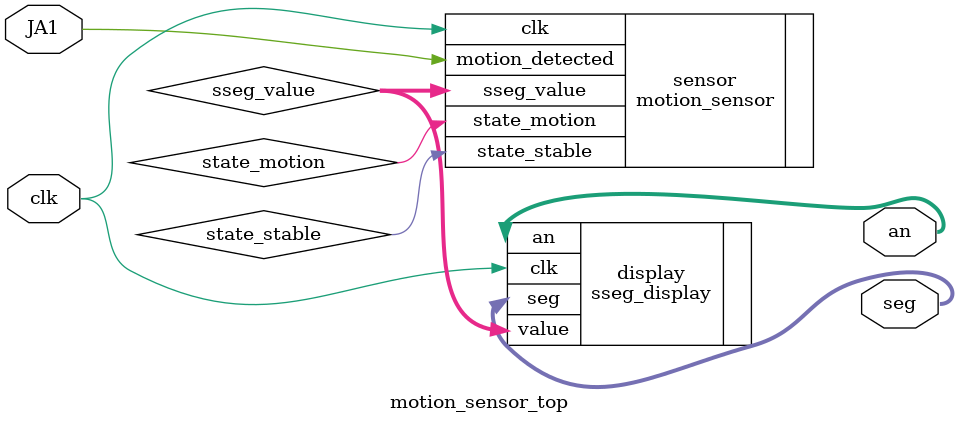
<source format=v>
`timescale 1ns / 1ps

module motion_sensor_top(
    input clk,              // 100MHz system clock
    input JA1,              // Motion sensor input connected to JA1 Pmod connector 
    output [6:0] seg,       // Seven segment display segments
    output [3:0] an         // Seven segment display anodes
);

    // State outputs
    wire state_motion;
    wire state_stable;
    
    // Value for seven segment display
    wire [15:0] sseg_value;
    
    // Instantiate the motion sensor module
    motion_sensor sensor(
        .clk(clk),
        .motion_detected(JA1),     // Connect JA1 to motion_detected input
        .state_motion(state_motion),
        .state_stable(state_stable),
        .sseg_value(sseg_value)    // Connect to seven segment value
    );
    
    // Instantiate the seven segment display controller
    sseg_display display(
        .clk(clk),
        .value(sseg_value),
        .seg(seg),
        .an(an)
    );

endmodule
</source>
